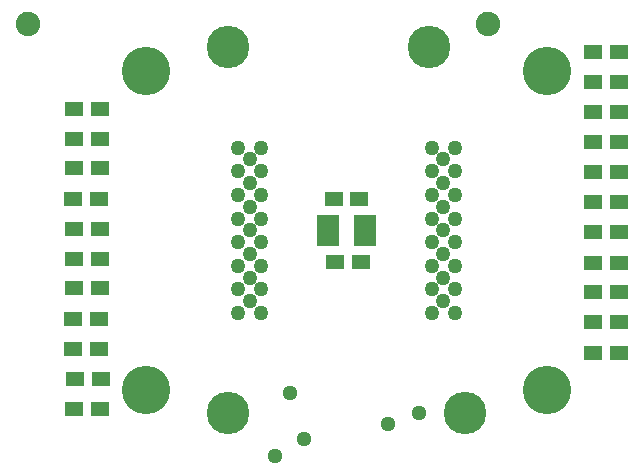
<source format=gbs>
G04 #@! TF.FileFunction,Soldermask,Bot*
%FSLAX46Y46*%
G04 Gerber Fmt 4.6, Leading zero omitted, Abs format (unit mm)*
G04 Created by KiCad (PCBNEW 4.0.1-stable) date 2/18/2017 12:31:51 AM*
%MOMM*%
G01*
G04 APERTURE LIST*
%ADD10C,0.100000*%
%ADD11C,2.076400*%
%ADD12C,4.100000*%
%ADD13C,1.260000*%
%ADD14C,3.600000*%
%ADD15R,1.600000X1.300000*%
%ADD16C,1.289000*%
%ADD17R,1.900000X0.750000*%
G04 APERTURE END LIST*
D10*
D11*
X-27000000Y17500000D03*
X12000000Y17500000D03*
D12*
X-17000000Y13500000D03*
X-17000000Y-13500000D03*
X17000000Y-13500000D03*
X17000000Y13500000D03*
D13*
X7200000Y7000000D03*
X-7200000Y7000000D03*
X-9200000Y7000000D03*
X-8200000Y6000000D03*
X-7200000Y5000000D03*
X-9200000Y5000000D03*
X-8200000Y4000000D03*
X-7200000Y3000000D03*
X-9200000Y3000000D03*
X-8200000Y2000000D03*
X-7200000Y1000000D03*
X-9200000Y1000000D03*
X-8200000Y0D03*
X-9200000Y-1000000D03*
X-7200000Y-1000000D03*
X-8200000Y-2000000D03*
X-9200000Y-3000000D03*
X-7200000Y-3000000D03*
X-8200000Y-4000000D03*
X-9200000Y-5000000D03*
X-7200000Y-5000000D03*
X-8200000Y-6000000D03*
X-9200000Y-7000000D03*
X-7200000Y-7000000D03*
X9200000Y7000000D03*
X8200000Y6000000D03*
X7200000Y5000000D03*
X9200000Y5000000D03*
X8200000Y4000000D03*
X7200000Y3000000D03*
X9200000Y3000000D03*
X8200000Y2000000D03*
X7200000Y1000000D03*
X9200000Y1000000D03*
X8200000Y0D03*
X9200000Y-1000000D03*
X7200000Y-1000000D03*
X8200000Y-2000000D03*
X9200000Y-3000000D03*
X7200000Y-3000000D03*
X8200000Y-4000000D03*
X9200000Y-5000000D03*
X7200000Y-5000000D03*
X8200000Y-6000000D03*
X9200000Y-7000000D03*
X7200000Y-7000000D03*
D14*
X-10000000Y15500000D03*
X-10000000Y-15500000D03*
X10000000Y-15500000D03*
X7000000Y15500000D03*
D15*
X1100000Y2667000D03*
X-1100000Y2667000D03*
X-973000Y-2667000D03*
X1227000Y-2667000D03*
X-23045600Y10287000D03*
X-20845600Y10287000D03*
X-23045600Y7721600D03*
X-20845600Y7721600D03*
X-23071000Y5257800D03*
X-20871000Y5257800D03*
X-23134500Y2679700D03*
X-20934500Y2679700D03*
X-23106560Y121920D03*
X-20906560Y121920D03*
X-23106560Y-2397760D03*
X-20906560Y-2397760D03*
X-23091320Y-4912360D03*
X-20891320Y-4912360D03*
X-23121800Y-7472680D03*
X-20921800Y-7472680D03*
X-23137040Y-10012680D03*
X-20937040Y-10012680D03*
X-22984640Y-12573000D03*
X-20784640Y-12573000D03*
X-23076080Y-15087600D03*
X-20876080Y-15087600D03*
X20900000Y15100000D03*
X23100000Y15100000D03*
X20875000Y12575000D03*
X23075000Y12575000D03*
X20875000Y10050000D03*
X23075000Y10050000D03*
X20875000Y7500000D03*
X23075000Y7500000D03*
X20850000Y4900000D03*
X23050000Y4900000D03*
X20850000Y2375000D03*
X23050000Y2375000D03*
X20875000Y-175000D03*
X23075000Y-175000D03*
X20875000Y-2725000D03*
X23075000Y-2725000D03*
X20875000Y-5225000D03*
X23075000Y-5225000D03*
X20875000Y-7750000D03*
X23075000Y-7750000D03*
X20875000Y-10350000D03*
X23075000Y-10350000D03*
D16*
X-6096000Y-19113500D03*
X-3581400Y-17691100D03*
X6146800Y-15481300D03*
X3543300Y-16370300D03*
X-4813300Y-13792200D03*
D17*
X-1525000Y975000D03*
X-1525000Y325000D03*
X-1525000Y-325000D03*
X-1525000Y-975000D03*
X1525000Y-975000D03*
X1525000Y-325000D03*
X1525000Y325000D03*
X1525000Y975000D03*
M02*

</source>
